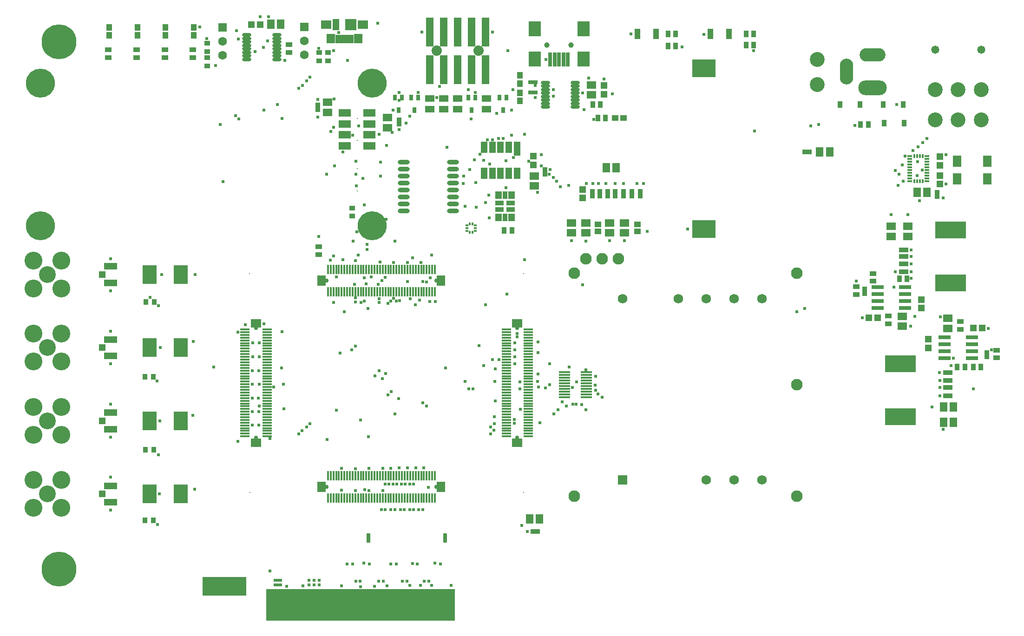
<source format=gts>
%FSTAX23Y23*%
%MOIN*%
%SFA1B1*%

%IPPOS*%
%ADD59R,0.165350X0.125980*%
%ADD79R,0.314960X0.135830*%
%ADD80R,1.354330X0.230320*%
%ADD81O,0.086740X0.031620*%
%ADD82R,0.047370X0.082800*%
%ADD83R,0.078870X0.082800*%
%ADD84R,0.063910X0.069020*%
%ADD85R,0.025720X0.062330*%
%ADD86R,0.072960X0.059180*%
%ADD87R,0.086740X0.106420*%
%ADD88R,0.027690X0.098550*%
%ADD89R,0.049340X0.047370*%
%ADD90R,0.094610X0.049340*%
%ADD91R,0.027690X0.043430*%
%ADD92O,0.065090X0.025720*%
%ADD93R,0.085560X0.030440*%
%ADD94R,0.033590X0.049340*%
%ADD95R,0.059180X0.082800*%
%ADD96R,0.047370X0.078870*%
%ADD97R,0.047370X0.098550*%
%ADD98R,0.049340X0.053280*%
%ADD99R,0.035560X0.053280*%
%ADD100R,0.061150X0.035560*%
%ADD101R,0.058000X0.208000*%
%ADD102R,0.065090X0.045400*%
%ADD103R,0.036350X0.047370*%
%ADD104R,0.033590X0.031620*%
%ADD105R,0.036000X0.173000*%
%ADD106R,0.036000X0.134000*%
%ADD107R,0.039500X0.074930*%
%ADD108R,0.078870X0.017840*%
%ADD109R,0.034580X0.017840*%
%ADD110R,0.017840X0.030640*%
%ADD111R,0.035560X0.043430*%
%ADD112R,0.046580X0.042250*%
%ADD113R,0.220600X0.122170*%
%ADD114R,0.104460X0.132020*%
%ADD115R,0.041470X0.047370*%
%ADD116R,0.065090X0.053280*%
%ADD117R,0.045400X0.047370*%
%ADD118R,0.033200X0.034770*%
%ADD119R,0.018830X0.017840*%
%ADD120R,0.017840X0.018830*%
%ADD121R,0.069020X0.017840*%
%ADD122R,0.074930X0.061150*%
%ADD123R,0.017840X0.069020*%
%ADD124R,0.061150X0.074930*%
%ADD125R,0.053280X0.065090*%
%ADD126R,0.034770X0.033200*%
%ADD127R,0.047370X0.045400*%
%ADD128R,0.047370X0.041470*%
%ADD129R,0.047370X0.036350*%
%ADD130R,0.031620X0.033590*%
%ADD131R,0.090870X0.052090*%
%ADD132R,0.043430X0.035560*%
%ADD133C,0.039500*%
%ADD134C,0.073980*%
%ADD135C,0.008000*%
%ADD136C,0.069020*%
%ADD137R,0.069020X0.069020*%
%ADD138C,0.083000*%
%ADD139C,0.106420*%
%ADD140O,0.096580X0.185170*%
%ADD141O,0.185170X0.096580*%
%ADD142O,0.204850X0.106420*%
%ADD143C,0.120000*%
%ADD144C,0.128000*%
%ADD145R,0.008000X0.008000*%
%ADD146C,0.029660*%
%ADD147C,0.063000*%
%ADD148R,0.063000X0.063000*%
%ADD149C,0.058000*%
%ADD150C,0.250000*%
%ADD151C,0.024000*%
%ADD152C,0.208000*%
%LNgrandmaster-1*%
%LPD*%
G54D59*
X04909Y03961D03*
Y02808D03*
G54D79*
X0147Y00245D03*
G54D80*
X02446Y00111D03*
G54D81*
X02756Y03287D03*
Y03237D03*
Y03187D03*
Y03137D03*
Y03087D03*
Y03037D03*
Y02987D03*
Y02937D03*
X03111Y03287D03*
Y03237D03*
Y03187D03*
Y03137D03*
Y03087D03*
Y03037D03*
Y02987D03*
Y02937D03*
G54D82*
X02271Y04275D03*
G54D83*
X02377Y04275D03*
G54D84*
X02234Y04173D03*
X0243D03*
G54D85*
X02383Y0417D03*
X02358D03*
X02332D03*
X02306D03*
X02281D03*
G54D86*
X02465Y04275D03*
X02199D03*
G54D87*
X04046Y04244D03*
Y04027D03*
X03696D03*
Y04244D03*
G54D88*
X03934Y04023D03*
X03902D03*
X03871D03*
X03839D03*
X03808D03*
G54D89*
X00594Y00906D03*
Y01956D03*
Y02481D03*
Y01431D03*
G54D90*
X00654Y00964D03*
Y00847D03*
Y01897D03*
Y02014D03*
Y02422D03*
Y02539D03*
Y01489D03*
Y01372D03*
G54D91*
X03469Y03661D03*
X03444Y0375D03*
X03495D03*
X02834Y03661D03*
X02809Y0375D03*
X0286D03*
X02719Y03661D03*
X02694Y0375D03*
X02745D03*
X03244Y03661D03*
X03219Y0375D03*
X0327D03*
G54D92*
X01846Y04024D03*
Y04049D03*
Y04074D03*
Y04099D03*
Y04124D03*
Y04149D03*
Y04174D03*
Y04199D03*
X01631Y04024D03*
Y04049D03*
Y04074D03*
Y04099D03*
Y04124D03*
Y04149D03*
Y04174D03*
Y04199D03*
X03987Y03683D03*
Y03708D03*
Y03733D03*
Y03758D03*
Y03783D03*
Y03808D03*
Y03833D03*
Y03858D03*
X03772Y03683D03*
Y03708D03*
Y03733D03*
Y03758D03*
Y03783D03*
Y03808D03*
Y03833D03*
Y03858D03*
G54D93*
X06352Y02241D03*
Y02291D03*
Y02341D03*
Y02391D03*
X06157D03*
Y02341D03*
Y02291D03*
Y02241D03*
X06637Y02031D03*
Y01981D03*
Y01931D03*
Y01881D03*
X06832D03*
Y01931D03*
Y01981D03*
Y02031D03*
G54D94*
X06341Y03701D03*
X06197D03*
X06031D03*
X05887D03*
X06202Y03566D03*
X06346D03*
G54D95*
X06726Y03168D03*
X06943D03*
Y03294D03*
X06726D03*
G54D96*
X03451Y03206D03*
X03392D03*
X03451Y03395D03*
X0351D03*
X03569Y03206D03*
X03333Y03395D03*
Y03206D03*
X0351D03*
X03392Y03395D03*
G54D97*
X03569Y03385D03*
G54D98*
X03438Y03051D03*
Y02892D03*
X03531Y03051D03*
Y02892D03*
G54D99*
X03484Y02892D03*
Y03051D03*
G54D100*
X03444Y02995D03*
Y02948D03*
X03525D03*
Y02995D03*
G54D101*
X03344Y04221D03*
Y03951D03*
X03244Y04221D03*
Y03951D03*
X03144Y04221D03*
Y03951D03*
X03044Y04221D03*
Y03951D03*
X02944Y04221D03*
Y03951D03*
G54D102*
X03349Y03666D03*
Y03745D03*
X02944Y03666D03*
Y03745D03*
X03044Y03666D03*
Y03745D03*
X03144Y03666D03*
Y03745D03*
G54D103*
X03477Y02797D03*
X03532D03*
X06035Y03556D03*
X0609D03*
X0415Y03603D03*
X04204D03*
X06897Y01816D03*
X06842D03*
X06782D03*
X06727D03*
X06367Y02451D03*
X06312D03*
X04167Y03701D03*
X04112D03*
X04652Y04206D03*
X04707D03*
X05212D03*
X05267D03*
X04652Y04121D03*
X04707D03*
X05267Y04126D03*
X05212D03*
G54D104*
X03701Y03786D03*
X03668D03*
X03701Y03861D03*
X03668D03*
G54D105*
X02545Y00137D03*
X02466D03*
X02348D03*
X0282D03*
X01915D03*
X02033D03*
X02663D03*
X02702D03*
X0286D03*
X02978D03*
X0219D03*
X01994D03*
X01954D03*
X03017D03*
X02309D03*
X02112D03*
X02151D03*
X02387D03*
X02427D03*
X02584D03*
X02624D03*
X02742D03*
X02781D03*
X02899D03*
X02938D03*
X02505D03*
X02072D03*
X01797D03*
X01836D03*
X01875D03*
X03096D03*
G54D106*
X03057Y00157D03*
G54D107*
X04957Y04206D03*
X05091D03*
X04432D03*
X04566D03*
G54D108*
X04068Y01599D03*
X03911D03*
Y01619D03*
X04068D03*
X03911Y01639D03*
X04068D03*
X03911Y01659D03*
X04068D03*
X03911Y01679D03*
X04068D03*
X03911Y01699D03*
X04068D03*
X03911Y01719D03*
X04068D03*
X03911Y01739D03*
X04068D03*
X03911Y01759D03*
X04068D03*
X03911Y01779D03*
X04068D03*
G54D109*
X06511Y03191D03*
Y03172D03*
Y03211D03*
Y03231D03*
Y0325D03*
Y0327D03*
Y0329D03*
Y03309D03*
Y03329D03*
X06388D03*
Y03309D03*
Y0329D03*
Y0327D03*
Y0325D03*
Y03231D03*
Y03211D03*
Y03191D03*
Y03172D03*
Y03152D03*
X06511D03*
G54D110*
X06479Y03332D03*
X06459D03*
X0644D03*
X0642D03*
Y0315D03*
X0644D03*
X06459D03*
X06479D03*
G54D111*
X00901Y00718D03*
X0096D03*
X00908Y02284D03*
X00967D03*
X009Y01747D03*
X00959D03*
X00904Y01224D03*
X00963D03*
G54D112*
X04149Y02789D03*
Y02842D03*
X04434Y02789D03*
Y02842D03*
G54D113*
X06679Y0242D03*
Y02802D03*
X06319Y01842D03*
Y0146D03*
G54D114*
X01157Y00906D03*
X00932D03*
Y01956D03*
X01157D03*
X00932Y02481D03*
X01157D03*
Y01431D03*
X00932D03*
G54D115*
X01249Y04254D03*
Y04197D03*
X03589Y03852D03*
Y03909D03*
Y03784D03*
Y03727D03*
X00644Y04197D03*
Y04254D03*
X00846Y04197D03*
Y04254D03*
X01048D03*
Y04197D03*
G54D116*
X04339Y0278D03*
Y02851D03*
X06334Y0211D03*
Y02181D03*
X06659Y02166D03*
Y02095D03*
X06253Y02826D03*
Y02755D03*
X06372Y02826D03*
Y02755D03*
X04104Y0377D03*
Y03841D03*
X02209Y03716D03*
Y03645D03*
X02639Y03535D03*
Y03606D03*
X03693Y03188D03*
Y03117D03*
X04064Y0278D03*
Y02851D03*
X03959Y0278D03*
Y02851D03*
X04234Y0278D03*
Y02851D03*
G54D117*
X04039Y03029D03*
Y03092D03*
X06469Y02239D03*
Y02302D03*
X06519Y01954D03*
Y02017D03*
X04194Y03774D03*
Y03837D03*
X03688Y03266D03*
Y03329D03*
X06604Y03264D03*
Y03327D03*
Y03192D03*
Y03129D03*
G54D118*
X04109Y03044D03*
Y03077D03*
X06939Y01889D03*
Y01922D03*
X06064Y02344D03*
Y02377D03*
X06584Y03039D03*
Y03072D03*
X02139Y03697D03*
Y03664D03*
X02724Y03559D03*
Y03592D03*
X03769Y03234D03*
Y03201D03*
X04454Y03044D03*
Y03077D03*
X04394Y03044D03*
Y03077D03*
X04334Y03044D03*
Y03077D03*
X04274Y03044D03*
Y03077D03*
X04219Y03044D03*
Y03077D03*
X04164Y03044D03*
Y03077D03*
G54D119*
X03269Y02834D03*
Y02814D03*
Y02795D03*
X03209D03*
Y02814D03*
Y02834D03*
G54D120*
X03249Y02784D03*
X03229D03*
Y02845D03*
X03249D03*
G54D121*
X03492Y01398D03*
Y01378D03*
Y01457D03*
Y01477D03*
Y01772D03*
Y01496D03*
Y01792D03*
Y0189D03*
Y01851D03*
Y0187D03*
Y01831D03*
X03651Y0187D03*
Y0189D03*
Y01929D03*
X03492Y01339D03*
Y01359D03*
X03651Y01792D03*
Y01772D03*
Y01851D03*
Y01831D03*
Y01949D03*
Y01988D03*
Y01969D03*
X03492Y01988D03*
Y01969D03*
X03651Y01693D03*
X03492Y01634D03*
Y01673D03*
Y01654D03*
Y01693D03*
X03651Y01733D03*
Y01752D03*
Y01654D03*
Y01575D03*
Y01555D03*
Y01673D03*
Y01634D03*
X03492Y01929D03*
Y01555D03*
Y02008D03*
Y0191D03*
Y01811D03*
Y01713D03*
Y01614D03*
Y01516D03*
Y01418D03*
X03651Y02008D03*
Y0191D03*
Y01811D03*
Y01713D03*
Y01614D03*
Y01516D03*
Y01418D03*
X03492Y01949D03*
X03651Y01595D03*
X03492Y01536D03*
X03651Y01496D03*
Y01477D03*
Y01457D03*
Y01437D03*
Y01398D03*
Y01378D03*
Y01359D03*
Y01339D03*
X03492Y01319D03*
X03651D03*
X03492Y01733D03*
Y01752D03*
X03651Y01536D03*
X03492Y01575D03*
Y01595D03*
Y01437D03*
Y02087D03*
Y02067D03*
Y02047D03*
Y02028D03*
X03651Y02087D03*
Y02067D03*
Y02047D03*
Y02028D03*
X01776Y01634D03*
Y01614D03*
Y0187D03*
Y02028D03*
Y0191D03*
Y01831D03*
Y01949D03*
Y01733D03*
Y01772D03*
X01617Y01929D03*
Y01851D03*
Y0191D03*
Y02028D03*
X01776Y02008D03*
Y01969D03*
Y01457D03*
Y01674D03*
X01617Y0187D03*
Y01969D03*
X01776Y01929D03*
Y01851D03*
Y01811D03*
Y01654D03*
X01617Y02008D03*
X01776Y01752D03*
Y01713D03*
X01617Y01949D03*
X01776Y01555D03*
Y01575D03*
X01617Y01516D03*
Y01457D03*
Y01811D03*
Y01831D03*
X01776Y01437D03*
X01617Y01359D03*
X01776Y01339D03*
X01617Y01575D03*
Y01437D03*
Y01536D03*
Y01555D03*
Y01614D03*
Y01733D03*
Y01674D03*
Y01378D03*
Y01477D03*
Y01418D03*
Y01752D03*
X01776Y01359D03*
X01617Y01339D03*
Y01634D03*
Y01772D03*
X01776Y01378D03*
Y01319D03*
Y01418D03*
X01617Y01319D03*
X01776Y01477D03*
X01617Y01713D03*
Y01654D03*
X01776Y01516D03*
X01617Y02048D03*
X01776D03*
Y01398D03*
Y01496D03*
Y01595D03*
Y01693D03*
Y01792D03*
Y0189D03*
Y01988D03*
X01617Y01398D03*
Y01496D03*
Y01595D03*
Y01693D03*
Y01792D03*
Y0189D03*
Y01988D03*
Y02087D03*
X01776D03*
Y02067D03*
Y01536D03*
X01617Y02067D03*
G54D122*
X03571Y02131D03*
Y01275D03*
X01696Y01275D03*
Y02131D03*
G54D123*
X0298Y02518D03*
Y02358D03*
X02882Y02518D03*
X02783D03*
X02685D03*
X02586D03*
X02488D03*
X0239D03*
X02291D03*
X02882Y02358D03*
X02783D03*
X02685D03*
X02586D03*
X02488D03*
X0239D03*
X02291D03*
X02941D03*
X02961D03*
X02901D03*
X02921D03*
X02842D03*
X02862D03*
X02803D03*
X02823D03*
X02744D03*
X02764D03*
X02705D03*
X02724D03*
X02646D03*
X02665D03*
X02606D03*
X02626D03*
X02547D03*
X02567D03*
X02508D03*
X02527D03*
X02449D03*
X02468D03*
X02409D03*
X02429D03*
X0235D03*
X0237D03*
X02212Y02518D03*
X02232D03*
Y02358D03*
X02212D03*
X02252Y02518D03*
X02272D03*
X02409D03*
X02429D03*
X0235D03*
X0237D03*
X02508D03*
X02527D03*
X02449D03*
X02468D03*
X02606D03*
X02547D03*
X02626D03*
X02567D03*
X02705D03*
X02724D03*
X02646D03*
X02665D03*
X02803D03*
X02823D03*
X02744D03*
X02764D03*
X02901D03*
X02921D03*
X02842D03*
X02862D03*
X02941D03*
X02961D03*
X02252Y02358D03*
X02311D03*
X02331D03*
X02272D03*
X02311Y02518D03*
X02331D03*
X02803Y01038D03*
X02823D03*
X02862Y00878D03*
X02882D03*
X02744D03*
X02764D03*
X02685Y01038D03*
X02705D03*
X02587Y00878D03*
Y01038D03*
X02646Y00878D03*
X02626D03*
X02744Y01038D03*
X02764D03*
X02803Y00878D03*
X02823D03*
X02685D03*
X02705D03*
X02626Y01038D03*
X02646D03*
X02232Y00878D03*
X02429D03*
X0237D03*
X0235D03*
X02331D03*
X02291D03*
X0239D03*
X02488D03*
X02527D03*
X02547D03*
X02567D03*
X02449D03*
X02468D03*
X02252D03*
X02272D03*
X02567Y01038D03*
X0237D03*
X0239D03*
X02429D03*
X02468D03*
X02488D03*
X02449D03*
X02291D03*
X02272D03*
X02252D03*
X02232D03*
X0235D03*
X02331D03*
X02547D03*
X02527D03*
X02862D03*
X02882D03*
X02921Y00878D03*
Y01038D03*
X02941Y00878D03*
Y01038D03*
X0298Y00878D03*
Y01038D03*
X02961D03*
Y00878D03*
X02901Y01038D03*
X02842D03*
X02783D03*
X02724D03*
X02665D03*
X02606D03*
X02508D03*
X02409D03*
X02311D03*
X02901Y00878D03*
X02842D03*
X02783D03*
X02724D03*
X02665D03*
X02606D03*
X02508D03*
X02409D03*
X02311D03*
X02212D03*
Y01038D03*
G54D124*
X02168Y02438D03*
X02168Y00958D03*
X03024D03*
X03024Y02438D03*
G54D125*
X05741Y03361D03*
X05812D03*
X06629Y01421D03*
X067D03*
X06629Y01531D03*
X067D03*
X06439Y03071D03*
X0651D03*
X0373Y00726D03*
X03659D03*
X01802Y04276D03*
X01873D03*
X0428Y03246D03*
X04209D03*
G54D126*
X05634Y03359D03*
X05668D03*
X06327Y02656D03*
X06361D03*
X06327Y02501D03*
X06361D03*
X06327Y02556D03*
X06361D03*
X06327Y02611D03*
X06361D03*
X06676Y01611D03*
X06642D03*
X06676Y01671D03*
X06642D03*
X06676Y01721D03*
X06642D03*
X06676Y01776D03*
X06642D03*
X03716Y00636D03*
X03682D03*
G54D127*
X06906Y02096D03*
X06843D03*
X06093Y02171D03*
X06156D03*
X01664Y04273D03*
X01727D03*
G54D128*
X04275Y03603D03*
X04332D03*
G54D129*
X06749Y02143D03*
Y02088D03*
X06234Y02183D03*
Y02128D03*
X07009Y01883D03*
Y01938D03*
X06004Y02393D03*
Y02338D03*
X02146Y02624D03*
Y02679D03*
X00638Y04038D03*
Y04093D03*
X0084D03*
Y04038D03*
X01042Y04093D03*
Y04038D03*
X01243Y04093D03*
Y04038D03*
X06122Y02488D03*
Y02433D03*
X01933Y04074D03*
Y04129D03*
G54D130*
X02503Y00607D03*
Y00573D03*
X03055Y00607D03*
Y00573D03*
G54D131*
X02334Y03404D03*
Y03483D03*
Y03562D03*
Y0364D03*
X02509Y03404D03*
Y03562D03*
Y03483D03*
Y0364D03*
G54D132*
X01346Y04082D03*
Y04141D03*
Y04037D03*
Y03978D03*
X02151Y04015D03*
Y04074D03*
X02212Y04015D03*
Y04074D03*
X02387Y02899D03*
Y02958D03*
G54D133*
X03958Y04126D03*
X03784D03*
G54D134*
X03294Y04086D03*
X02994D03*
G54D135*
X02422Y03082D03*
Y03239D03*
Y03601D03*
Y03443D03*
G54D136*
X05327Y02307D03*
X05127D03*
X04927D03*
X04727D03*
X04927Y01007D03*
X05127D03*
X04327Y02307D03*
X05327Y01007D03*
G54D137*
X04327Y01007D03*
G54D138*
X05578Y0089D03*
Y01689D03*
Y02489D03*
X03979D03*
Y0089D03*
X04062Y02595D03*
X0418D03*
X04298D03*
G54D139*
X05723Y04025D03*
Y03844D03*
X069Y03806D03*
Y03589D03*
X06734D03*
Y03806D03*
X06569Y03589D03*
Y03806D03*
G54D140*
X05934Y03937D03*
G54D141*
X06119Y04056D03*
G54D142*
X06119Y03819D03*
G54D143*
X00199Y00906D03*
Y02481D03*
Y01956D03*
Y01431D03*
G54D144*
X00299Y01006D03*
Y00806D03*
X00099D03*
Y01006D03*
X00299Y02581D03*
Y02381D03*
X00099D03*
Y02581D03*
X00299Y02056D03*
Y01856D03*
X00099D03*
Y02056D03*
X00299Y01531D03*
Y01331D03*
X00099D03*
Y01531D03*
G54D145*
X03617Y02486D03*
X01652Y00916D03*
X01651Y02486D03*
X03617Y00916D03*
G54D146*
X03571Y02097D03*
Y01309D03*
X02203Y02438D03*
X01696Y01309D03*
Y02097D03*
X02203Y00958D03*
X0299D03*
X0299Y02438D03*
G54D147*
X02043Y04157D03*
Y04057D03*
X01457Y04153D03*
Y04053D03*
G54D148*
X02043Y04257D03*
X01457Y04253D03*
G54D149*
X069Y04093D03*
X06569D03*
G54D150*
X00285Y04152D03*
Y00368D03*
G54D151*
X02494Y02661D03*
X02692Y02721D03*
X02511Y00405D03*
X0261Y00279D03*
X02578D03*
X0298Y00409D03*
X02821Y00407D03*
X02748Y00282D03*
X02469Y0041D03*
X02905Y00279D03*
X02878Y00249D03*
X02692Y00795D03*
X02665D03*
X02854Y00405D03*
X02779Y00279D03*
X02665Y00405D03*
X02704D03*
X0235D03*
X02389D03*
X02937Y00279D03*
X02957Y00251D03*
X03019Y00405D03*
X0274Y00976D03*
X02767D03*
X02732Y00795D03*
X02681Y00976D03*
X02708D03*
X02447Y00242D03*
X02413Y00279D03*
X02444D03*
X02606Y00931D03*
X02625Y00795D03*
X02598D03*
X02636Y00247D03*
X02799Y00251D03*
X02826Y00976D03*
X02799D03*
X02649D03*
X02622D03*
X02759Y00795D03*
X02799D03*
X02826D03*
X02862D03*
X02893D03*
X02409Y01088D03*
X02311Y0109D03*
X02508Y00931D03*
X02409Y00932D03*
X02724Y01093D03*
X02784Y01094D03*
X02842Y01095D03*
X02546Y00244D03*
X03097Y00251D03*
X02475Y02291D03*
X0233Y02215D03*
X01798Y01304D03*
X02606Y01091D03*
X03554Y01841D03*
X03719Y01996D03*
X03894Y01566D03*
X03379Y01386D03*
X01721Y0189D03*
X01671Y01792D03*
X01674Y01989D03*
X02508Y0109D03*
X03413Y01573D03*
X0167Y01595D03*
X01754Y02126D03*
X02409Y02579D03*
X02586Y02569D03*
X03197Y01714D03*
X03439Y0187D03*
X03298Y01971D03*
X02985Y02287D03*
X02702Y02289D03*
X02821Y02601D03*
X01718Y01792D03*
X02881Y02566D03*
X03732Y01418D03*
X03554Y01891D03*
X02253Y02279D03*
X02272Y02463D03*
X01719Y01536D03*
X02311Y00934D03*
X03571Y02033D03*
X03554Y01991D03*
X02942Y02286D03*
X02841Y02263D03*
X02394Y0272D03*
X01567Y01285D03*
X01675Y01891D03*
X01568Y02067D03*
X02783Y02429D03*
X03719Y01921D03*
X03773Y01666D03*
X02599Y02436D03*
X02494Y02696D03*
X02894Y02431D03*
X02665Y01092D03*
X02475Y02456D03*
X03414Y01805D03*
X03404Y01363D03*
X02579Y02281D03*
X02685Y02311D03*
X0359Y01662D03*
X02404Y02412D03*
X02803Y02307D03*
X01716Y01399D03*
X01721Y01989D03*
X01619Y02121D03*
X03549Y01413D03*
X02488Y02413D03*
X02726Y02293D03*
X01822Y01674D03*
X0167Y01694D03*
X01884Y02071D03*
X02901Y01095D03*
X0292Y02428D03*
X01893Y01693D03*
X03594Y01514D03*
X0245Y02282D03*
X02409Y02314D03*
X02958Y02621D03*
X03406Y01461D03*
X0341Y01713D03*
X03252Y01661D03*
X02933Y00953D03*
X02871Y02297D03*
X02685Y02568D03*
X03571Y02058D03*
X03804Y0184D03*
X01879Y01811D03*
X03554Y01941D03*
X03392Y01871D03*
X03407Y01411D03*
X02575Y02412D03*
X02499Y02236D03*
X02409Y02283D03*
X02783Y02568D03*
X02948Y02456D03*
X03549Y01441D03*
X03718Y01713D03*
X02624Y02461D03*
X01897Y01516D03*
X03834Y01481D03*
X03864Y01511D03*
X03924Y01536D03*
X03719Y01766D03*
X03329Y01826D03*
X02645Y02274D03*
X02665Y02291D03*
X01721Y01694D03*
X01671Y01399D03*
X02581Y02308D03*
X03803Y01691D03*
X03224Y01661D03*
X02252Y02613D03*
X01718Y01497D03*
X01714Y01595D03*
X01671Y01497D03*
X02321Y02586D03*
X03379Y01336D03*
X01797Y00355D03*
X02034Y00246D03*
X01916Y00244D03*
X02309Y00246D03*
X0333Y03301D03*
X0412Y03594D03*
X01393Y01816D03*
X0099Y00687D03*
X04794Y02808D03*
X03183Y03135D03*
X03277Y02963D03*
X03197Y0297D03*
X03491Y03103D03*
X03188Y03187D03*
X0323Y03235D03*
X03358Y03448D03*
X03068Y03395D03*
X02419Y02788D03*
X02146Y02753D03*
X03275Y03141D03*
X03056Y01811D03*
X02413Y03295D03*
X02254Y03536D03*
X02579Y03486D03*
X02389Y03481D03*
X02321Y03361D03*
X02434Y03546D03*
X02634Y03406D03*
X02631Y02876D03*
X02591Y03186D03*
X0259Y03288D03*
X00996Y02256D03*
X02004Y01336D03*
X02028Y01361D03*
X02549Y01755D03*
X02418Y03118D03*
X02414Y03199D03*
X02462Y03172D03*
X02473Y0298D03*
X02146Y04103D03*
X02253Y04086D03*
X01408Y0398D03*
X01345Y04175D03*
X00996Y01187D03*
X00988Y01717D03*
X00937Y02317D03*
X02353Y04017D03*
X01726Y04329D03*
X01788D03*
X04477Y03135D03*
X04064Y02722D03*
X06628Y01372D03*
X04039Y02406D03*
X06974Y01939D03*
X04134Y01651D03*
X03994Y01551D03*
X04134Y01751D03*
X04151Y01623D03*
X03968Y01671D03*
X03969Y01552D03*
X03944Y01816D03*
X04131Y01686D03*
X04179Y01601D03*
X04034Y01546D03*
X03996Y01711D03*
X04064Y01796D03*
Y01511D03*
X03263Y03303D03*
X0396Y02724D03*
X01569Y04171D03*
X02076Y00255D03*
Y00287D03*
X02112D03*
X02151D03*
X02112Y00255D03*
X02151D03*
X01832D03*
X01852D03*
X01872D03*
X01832Y00287D03*
X01852D03*
X01872D03*
X06253Y02909D03*
X06647Y03129D03*
X05267Y04088D03*
X04339Y02725D03*
X04503Y02789D03*
X02231Y02584D03*
X05994Y03552D03*
X04049Y03665D03*
X03829Y03806D03*
X05577Y02214D03*
X02694Y01481D03*
X02384Y01941D03*
X0383Y03762D03*
X06334Y03266D03*
X03744Y03261D03*
X03395Y04222D03*
X04272Y03135D03*
X05634Y02236D03*
X02626Y0177D03*
X06304Y03121D03*
X03939D03*
X02139Y03738D03*
X04208Y03135D03*
X02604Y01734D03*
X06626Y03032D03*
X04152Y03135D03*
X02299Y01916D03*
X02724Y03521D03*
X01248Y02D03*
X02579Y0179D03*
X04068Y03135D03*
X02674Y03501D03*
X04234Y02725D03*
X06456Y03009D03*
X01691Y04079D03*
X03642Y00636D03*
X02259Y03261D03*
X03374Y03273D03*
X03368Y0305D03*
X04039Y03784D03*
X06476Y03231D03*
X04333Y03135D03*
X01557Y04229D03*
X06282Y03226D03*
X03806Y03235D03*
X01261Y02482D03*
X04114Y03135D03*
X06648Y03341D03*
X02888Y04221D03*
X0337Y02888D03*
X02258Y03741D03*
X01749Y0411D03*
X0257Y04283D03*
X01459Y03147D03*
X0144Y03557D03*
X01903Y04018D03*
X0229Y04217D03*
X0388Y03109D03*
X03623Y02587D03*
X03622Y03486D03*
X03491Y03297D03*
X03542Y03319D03*
X03344Y02996D03*
X03744Y03342D03*
X03653Y03293D03*
X03394Y03447D03*
X03436Y03457D03*
X03717Y03072D03*
X02799Y03616D03*
X03589Y01711D03*
X05733Y03556D03*
X05676Y03546D03*
X03603Y00682D03*
X02478Y00937D03*
X06548Y01531D03*
X06602Y01612D03*
Y01672D03*
Y01722D03*
X06601Y01777D03*
X06685Y01828D03*
X06699Y01881D03*
X06949Y02095D03*
X06607Y02176D03*
X06395Y02111D03*
X06048Y02171D03*
X06004Y02434D03*
X06274Y02391D03*
X06398Y02453D03*
X06397Y02501D03*
X06396Y02556D03*
X06397Y0261D03*
X06398Y02657D03*
X06372Y02909D03*
X0491Y04203D03*
X04387Y04206D03*
X03777Y04023D03*
X04085Y03892D03*
X04194Y03884D03*
X04431Y03135D03*
X0286Y03787D03*
X02724Y03729D03*
X03531Y0366D03*
X03269Y03788D03*
X01242Y01472D03*
X01256Y00942D03*
X00654Y0079D03*
X00655Y01028D03*
X00654Y01314D03*
X00653Y01551D03*
X00654Y01839D03*
Y02073D03*
Y02365D03*
X00653Y02593D03*
X02206Y01298D03*
X02205Y032D03*
X02502Y01316D03*
X02525Y02463D03*
X03342Y02263D03*
X03498Y02341D03*
X02429Y02621D03*
X01004Y00906D03*
X02446Y01437D03*
X01008Y0143D03*
X02409Y01967D03*
X01009Y01956D03*
X0102Y02481D03*
X02643Y01616D03*
X02666Y0164D03*
X01884Y03601D03*
X01754Y03661D03*
X03424Y03636D03*
X01549Y03621D03*
X03239Y03596D03*
X01574D03*
X03539Y03806D03*
X03219D03*
X02722Y03786D03*
X02139Y03611D03*
X02084Y03896D03*
X02083Y01411D03*
X02059Y01386D03*
Y03871D03*
X02029Y03836D03*
X01294Y04256D03*
X02004Y03816D03*
X02234Y03506D03*
X03529Y03481D03*
X05274Y03511D03*
X06284Y02501D03*
X02679Y03661D03*
X02774Y03566D03*
X02993Y03751D03*
X03699D03*
X03014Y03831D03*
X03699Y03836D03*
X04254Y03776D03*
X02894Y01561D03*
X02919Y01536D03*
X02274Y01506D03*
X02719Y01591D03*
X03724Y01675D03*
X06844Y01661D03*
X06424Y02181D03*
X06309Y03199D03*
X06339Y03151D03*
X04754Y04115D03*
X01779Y04156D03*
X03504Y04086D03*
X03854Y03151D03*
X03829Y03176D03*
X03799Y03201D03*
X06439Y03191D03*
X06354Y03331D03*
X06444Y03291D03*
X03302Y03344D03*
X06409Y03371D03*
X06447Y03396D03*
X06479Y03426D03*
X06509Y03456D03*
X03469D03*
X01849Y03701D03*
X06294D03*
G54D152*
X02531Y03853D03*
Y0283D03*
X00149D03*
Y03853D03*
M02*
</source>
